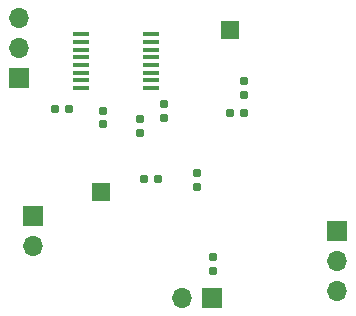
<source format=gbr>
%TF.GenerationSoftware,KiCad,Pcbnew,(6.0.8)*%
%TF.CreationDate,2023-01-31T16:58:12-08:00*%
%TF.ProjectId,Microwave Sensor v2,4d696372-6f77-4617-9665-2053656e736f,rev?*%
%TF.SameCoordinates,Original*%
%TF.FileFunction,Soldermask,Bot*%
%TF.FilePolarity,Negative*%
%FSLAX46Y46*%
G04 Gerber Fmt 4.6, Leading zero omitted, Abs format (unit mm)*
G04 Created by KiCad (PCBNEW (6.0.8)) date 2023-01-31 16:58:12*
%MOMM*%
%LPD*%
G01*
G04 APERTURE LIST*
G04 Aperture macros list*
%AMRoundRect*
0 Rectangle with rounded corners*
0 $1 Rounding radius*
0 $2 $3 $4 $5 $6 $7 $8 $9 X,Y pos of 4 corners*
0 Add a 4 corners polygon primitive as box body*
4,1,4,$2,$3,$4,$5,$6,$7,$8,$9,$2,$3,0*
0 Add four circle primitives for the rounded corners*
1,1,$1+$1,$2,$3*
1,1,$1+$1,$4,$5*
1,1,$1+$1,$6,$7*
1,1,$1+$1,$8,$9*
0 Add four rect primitives between the rounded corners*
20,1,$1+$1,$2,$3,$4,$5,0*
20,1,$1+$1,$4,$5,$6,$7,0*
20,1,$1+$1,$6,$7,$8,$9,0*
20,1,$1+$1,$8,$9,$2,$3,0*%
G04 Aperture macros list end*
%ADD10R,1.700000X1.700000*%
%ADD11O,1.700000X1.700000*%
%ADD12RoundRect,0.160000X-0.160000X0.197500X-0.160000X-0.197500X0.160000X-0.197500X0.160000X0.197500X0*%
%ADD13RoundRect,0.160000X0.197500X0.160000X-0.197500X0.160000X-0.197500X-0.160000X0.197500X-0.160000X0*%
%ADD14RoundRect,0.155000X0.155000X-0.212500X0.155000X0.212500X-0.155000X0.212500X-0.155000X-0.212500X0*%
%ADD15RoundRect,0.155000X-0.212500X-0.155000X0.212500X-0.155000X0.212500X0.155000X-0.212500X0.155000X0*%
%ADD16RoundRect,0.155000X-0.155000X0.212500X-0.155000X-0.212500X0.155000X-0.212500X0.155000X0.212500X0*%
%ADD17R,1.500000X1.500000*%
%ADD18R,1.475000X0.450000*%
%ADD19RoundRect,0.160000X-0.197500X-0.160000X0.197500X-0.160000X0.197500X0.160000X-0.197500X0.160000X0*%
%ADD20RoundRect,0.160000X0.160000X-0.197500X0.160000X0.197500X-0.160000X0.197500X-0.160000X-0.197500X0*%
G04 APERTURE END LIST*
D10*
%TO.C,J4*%
X140475000Y-105700000D03*
D11*
X137935000Y-105700000D03*
%TD*%
D10*
%TO.C,J2*%
X124100000Y-87000000D03*
D11*
X124100000Y-84460000D03*
X124100000Y-81920000D03*
%TD*%
D10*
%TO.C,J3*%
X151100000Y-100000000D03*
D11*
X151100000Y-102540000D03*
X151100000Y-105080000D03*
%TD*%
D10*
%TO.C,J1*%
X125325000Y-98750000D03*
D11*
X125325000Y-101290000D03*
%TD*%
D12*
%TO.C,R2*%
X136400000Y-89202500D03*
X136400000Y-90397500D03*
%TD*%
D13*
%TO.C,R3*%
X128359500Y-89700000D03*
X127164500Y-89700000D03*
%TD*%
D14*
%TO.C,C6*%
X134400000Y-91667500D03*
X134400000Y-90532500D03*
%TD*%
D15*
%TO.C,C12*%
X142032500Y-90000000D03*
X143167500Y-90000000D03*
%TD*%
D16*
%TO.C,C7*%
X131262000Y-89832500D03*
X131262000Y-90967500D03*
%TD*%
D17*
%TO.C,TP1*%
X131100000Y-96700000D03*
%TD*%
D12*
%TO.C,R10*%
X140600000Y-102202500D03*
X140600000Y-103397500D03*
%TD*%
D17*
%TO.C,TP7*%
X142000000Y-83000000D03*
%TD*%
D18*
%TO.C,IC2*%
X129424000Y-87875000D03*
X129424000Y-87225000D03*
X129424000Y-86575000D03*
X129424000Y-85925000D03*
X129424000Y-85275000D03*
X129424000Y-84625000D03*
X129424000Y-83975000D03*
X129424000Y-83325000D03*
X135300000Y-83325000D03*
X135300000Y-83975000D03*
X135300000Y-84625000D03*
X135300000Y-85275000D03*
X135300000Y-85925000D03*
X135300000Y-86575000D03*
X135300000Y-87225000D03*
X135300000Y-87875000D03*
%TD*%
D19*
%TO.C,R9*%
X134702500Y-95600000D03*
X135897500Y-95600000D03*
%TD*%
D14*
%TO.C,C16*%
X143200000Y-88467500D03*
X143200000Y-87332500D03*
%TD*%
D20*
%TO.C,R7*%
X139200000Y-96297500D03*
X139200000Y-95102500D03*
%TD*%
M02*

</source>
